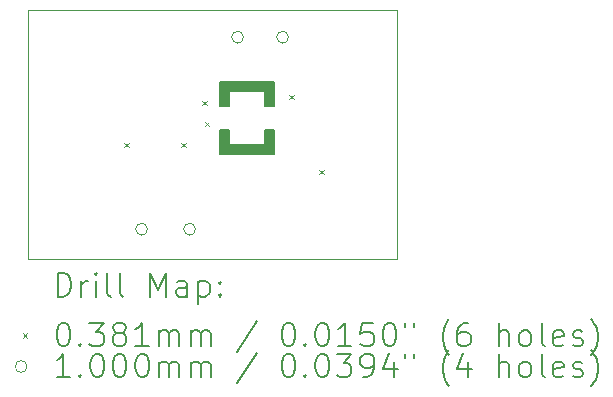
<source format=gbr>
%TF.GenerationSoftware,KiCad,Pcbnew,8.0.8*%
%TF.CreationDate,2025-03-21T14:29:56-04:00*%
%TF.ProjectId,sht40,73687434-302e-46b6-9963-61645f706362,rev?*%
%TF.SameCoordinates,Original*%
%TF.FileFunction,Drillmap*%
%TF.FilePolarity,Positive*%
%FSLAX45Y45*%
G04 Gerber Fmt 4.5, Leading zero omitted, Abs format (unit mm)*
G04 Created by KiCad (PCBNEW 8.0.8) date 2025-03-21 14:29:56*
%MOMM*%
%LPD*%
G01*
G04 APERTURE LIST*
%ADD10C,0.100000*%
%ADD11C,0.200000*%
G04 APERTURE END LIST*
D10*
X10769600Y-5359400D02*
X13893800Y-5359400D01*
X13893800Y-7467600D01*
X10769600Y-7467600D01*
X10769600Y-5359400D01*
D11*
X12471400Y-6502400D02*
X12776200Y-6502400D01*
X12776200Y-6375400D01*
X12852400Y-6375400D01*
X12852400Y-6578600D01*
X12395200Y-6578600D01*
X12395200Y-6375400D01*
X12471400Y-6375400D01*
X12471400Y-6502400D01*
G36*
X12471400Y-6502400D02*
G01*
X12776200Y-6502400D01*
X12776200Y-6375400D01*
X12852400Y-6375400D01*
X12852400Y-6578600D01*
X12395200Y-6578600D01*
X12395200Y-6375400D01*
X12471400Y-6375400D01*
X12471400Y-6502400D01*
G37*
X12852400Y-6172200D02*
X12776200Y-6172200D01*
X12776200Y-6045200D01*
X12471400Y-6045200D01*
X12471400Y-6172200D01*
X12395200Y-6172200D01*
X12395200Y-5969000D01*
X12852400Y-5969000D01*
X12852400Y-6172200D01*
G36*
X12852400Y-6172200D02*
G01*
X12776200Y-6172200D01*
X12776200Y-6045200D01*
X12471400Y-6045200D01*
X12471400Y-6172200D01*
X12395200Y-6172200D01*
X12395200Y-5969000D01*
X12852400Y-5969000D01*
X12852400Y-6172200D01*
G37*
D10*
X11588750Y-6483350D02*
X11626850Y-6521450D01*
X11626850Y-6483350D02*
X11588750Y-6521450D01*
X12071350Y-6483350D02*
X12109450Y-6521450D01*
X12109450Y-6483350D02*
X12071350Y-6521450D01*
X12249150Y-6127750D02*
X12287250Y-6165850D01*
X12287250Y-6127750D02*
X12249150Y-6165850D01*
X12269150Y-6305550D02*
X12307250Y-6343650D01*
X12307250Y-6305550D02*
X12269150Y-6343650D01*
X12985750Y-6076950D02*
X13023850Y-6115050D01*
X13023850Y-6076950D02*
X12985750Y-6115050D01*
X13239750Y-6711950D02*
X13277850Y-6750050D01*
X13277850Y-6711950D02*
X13239750Y-6750050D01*
X11784800Y-7213600D02*
G75*
G02*
X11684800Y-7213600I-50000J0D01*
G01*
X11684800Y-7213600D02*
G75*
G02*
X11784800Y-7213600I50000J0D01*
G01*
X12191200Y-7213600D02*
G75*
G02*
X12091200Y-7213600I-50000J0D01*
G01*
X12091200Y-7213600D02*
G75*
G02*
X12191200Y-7213600I50000J0D01*
G01*
X12597600Y-5588000D02*
G75*
G02*
X12497600Y-5588000I-50000J0D01*
G01*
X12497600Y-5588000D02*
G75*
G02*
X12597600Y-5588000I50000J0D01*
G01*
X12978600Y-5588000D02*
G75*
G02*
X12878600Y-5588000I-50000J0D01*
G01*
X12878600Y-5588000D02*
G75*
G02*
X12978600Y-5588000I50000J0D01*
G01*
D11*
X11025377Y-7784084D02*
X11025377Y-7584084D01*
X11025377Y-7584084D02*
X11072996Y-7584084D01*
X11072996Y-7584084D02*
X11101567Y-7593608D01*
X11101567Y-7593608D02*
X11120615Y-7612655D01*
X11120615Y-7612655D02*
X11130139Y-7631703D01*
X11130139Y-7631703D02*
X11139663Y-7669798D01*
X11139663Y-7669798D02*
X11139663Y-7698369D01*
X11139663Y-7698369D02*
X11130139Y-7736465D01*
X11130139Y-7736465D02*
X11120615Y-7755512D01*
X11120615Y-7755512D02*
X11101567Y-7774560D01*
X11101567Y-7774560D02*
X11072996Y-7784084D01*
X11072996Y-7784084D02*
X11025377Y-7784084D01*
X11225377Y-7784084D02*
X11225377Y-7650750D01*
X11225377Y-7688846D02*
X11234901Y-7669798D01*
X11234901Y-7669798D02*
X11244424Y-7660274D01*
X11244424Y-7660274D02*
X11263472Y-7650750D01*
X11263472Y-7650750D02*
X11282520Y-7650750D01*
X11349186Y-7784084D02*
X11349186Y-7650750D01*
X11349186Y-7584084D02*
X11339662Y-7593608D01*
X11339662Y-7593608D02*
X11349186Y-7603131D01*
X11349186Y-7603131D02*
X11358710Y-7593608D01*
X11358710Y-7593608D02*
X11349186Y-7584084D01*
X11349186Y-7584084D02*
X11349186Y-7603131D01*
X11472996Y-7784084D02*
X11453948Y-7774560D01*
X11453948Y-7774560D02*
X11444424Y-7755512D01*
X11444424Y-7755512D02*
X11444424Y-7584084D01*
X11577758Y-7784084D02*
X11558710Y-7774560D01*
X11558710Y-7774560D02*
X11549186Y-7755512D01*
X11549186Y-7755512D02*
X11549186Y-7584084D01*
X11806329Y-7784084D02*
X11806329Y-7584084D01*
X11806329Y-7584084D02*
X11872996Y-7726941D01*
X11872996Y-7726941D02*
X11939662Y-7584084D01*
X11939662Y-7584084D02*
X11939662Y-7784084D01*
X12120615Y-7784084D02*
X12120615Y-7679322D01*
X12120615Y-7679322D02*
X12111091Y-7660274D01*
X12111091Y-7660274D02*
X12092043Y-7650750D01*
X12092043Y-7650750D02*
X12053948Y-7650750D01*
X12053948Y-7650750D02*
X12034901Y-7660274D01*
X12120615Y-7774560D02*
X12101567Y-7784084D01*
X12101567Y-7784084D02*
X12053948Y-7784084D01*
X12053948Y-7784084D02*
X12034901Y-7774560D01*
X12034901Y-7774560D02*
X12025377Y-7755512D01*
X12025377Y-7755512D02*
X12025377Y-7736465D01*
X12025377Y-7736465D02*
X12034901Y-7717417D01*
X12034901Y-7717417D02*
X12053948Y-7707893D01*
X12053948Y-7707893D02*
X12101567Y-7707893D01*
X12101567Y-7707893D02*
X12120615Y-7698369D01*
X12215853Y-7650750D02*
X12215853Y-7850750D01*
X12215853Y-7660274D02*
X12234901Y-7650750D01*
X12234901Y-7650750D02*
X12272996Y-7650750D01*
X12272996Y-7650750D02*
X12292043Y-7660274D01*
X12292043Y-7660274D02*
X12301567Y-7669798D01*
X12301567Y-7669798D02*
X12311091Y-7688846D01*
X12311091Y-7688846D02*
X12311091Y-7745988D01*
X12311091Y-7745988D02*
X12301567Y-7765036D01*
X12301567Y-7765036D02*
X12292043Y-7774560D01*
X12292043Y-7774560D02*
X12272996Y-7784084D01*
X12272996Y-7784084D02*
X12234901Y-7784084D01*
X12234901Y-7784084D02*
X12215853Y-7774560D01*
X12396805Y-7765036D02*
X12406329Y-7774560D01*
X12406329Y-7774560D02*
X12396805Y-7784084D01*
X12396805Y-7784084D02*
X12387282Y-7774560D01*
X12387282Y-7774560D02*
X12396805Y-7765036D01*
X12396805Y-7765036D02*
X12396805Y-7784084D01*
X12396805Y-7660274D02*
X12406329Y-7669798D01*
X12406329Y-7669798D02*
X12396805Y-7679322D01*
X12396805Y-7679322D02*
X12387282Y-7669798D01*
X12387282Y-7669798D02*
X12396805Y-7660274D01*
X12396805Y-7660274D02*
X12396805Y-7679322D01*
D10*
X10726500Y-8093550D02*
X10764600Y-8131650D01*
X10764600Y-8093550D02*
X10726500Y-8131650D01*
D11*
X11063472Y-8004084D02*
X11082520Y-8004084D01*
X11082520Y-8004084D02*
X11101567Y-8013608D01*
X11101567Y-8013608D02*
X11111091Y-8023131D01*
X11111091Y-8023131D02*
X11120615Y-8042179D01*
X11120615Y-8042179D02*
X11130139Y-8080274D01*
X11130139Y-8080274D02*
X11130139Y-8127893D01*
X11130139Y-8127893D02*
X11120615Y-8165988D01*
X11120615Y-8165988D02*
X11111091Y-8185036D01*
X11111091Y-8185036D02*
X11101567Y-8194560D01*
X11101567Y-8194560D02*
X11082520Y-8204084D01*
X11082520Y-8204084D02*
X11063472Y-8204084D01*
X11063472Y-8204084D02*
X11044424Y-8194560D01*
X11044424Y-8194560D02*
X11034901Y-8185036D01*
X11034901Y-8185036D02*
X11025377Y-8165988D01*
X11025377Y-8165988D02*
X11015853Y-8127893D01*
X11015853Y-8127893D02*
X11015853Y-8080274D01*
X11015853Y-8080274D02*
X11025377Y-8042179D01*
X11025377Y-8042179D02*
X11034901Y-8023131D01*
X11034901Y-8023131D02*
X11044424Y-8013608D01*
X11044424Y-8013608D02*
X11063472Y-8004084D01*
X11215853Y-8185036D02*
X11225377Y-8194560D01*
X11225377Y-8194560D02*
X11215853Y-8204084D01*
X11215853Y-8204084D02*
X11206329Y-8194560D01*
X11206329Y-8194560D02*
X11215853Y-8185036D01*
X11215853Y-8185036D02*
X11215853Y-8204084D01*
X11292043Y-8004084D02*
X11415853Y-8004084D01*
X11415853Y-8004084D02*
X11349186Y-8080274D01*
X11349186Y-8080274D02*
X11377758Y-8080274D01*
X11377758Y-8080274D02*
X11396805Y-8089798D01*
X11396805Y-8089798D02*
X11406329Y-8099322D01*
X11406329Y-8099322D02*
X11415853Y-8118369D01*
X11415853Y-8118369D02*
X11415853Y-8165988D01*
X11415853Y-8165988D02*
X11406329Y-8185036D01*
X11406329Y-8185036D02*
X11396805Y-8194560D01*
X11396805Y-8194560D02*
X11377758Y-8204084D01*
X11377758Y-8204084D02*
X11320615Y-8204084D01*
X11320615Y-8204084D02*
X11301567Y-8194560D01*
X11301567Y-8194560D02*
X11292043Y-8185036D01*
X11530139Y-8089798D02*
X11511091Y-8080274D01*
X11511091Y-8080274D02*
X11501567Y-8070750D01*
X11501567Y-8070750D02*
X11492043Y-8051703D01*
X11492043Y-8051703D02*
X11492043Y-8042179D01*
X11492043Y-8042179D02*
X11501567Y-8023131D01*
X11501567Y-8023131D02*
X11511091Y-8013608D01*
X11511091Y-8013608D02*
X11530139Y-8004084D01*
X11530139Y-8004084D02*
X11568234Y-8004084D01*
X11568234Y-8004084D02*
X11587282Y-8013608D01*
X11587282Y-8013608D02*
X11596805Y-8023131D01*
X11596805Y-8023131D02*
X11606329Y-8042179D01*
X11606329Y-8042179D02*
X11606329Y-8051703D01*
X11606329Y-8051703D02*
X11596805Y-8070750D01*
X11596805Y-8070750D02*
X11587282Y-8080274D01*
X11587282Y-8080274D02*
X11568234Y-8089798D01*
X11568234Y-8089798D02*
X11530139Y-8089798D01*
X11530139Y-8089798D02*
X11511091Y-8099322D01*
X11511091Y-8099322D02*
X11501567Y-8108846D01*
X11501567Y-8108846D02*
X11492043Y-8127893D01*
X11492043Y-8127893D02*
X11492043Y-8165988D01*
X11492043Y-8165988D02*
X11501567Y-8185036D01*
X11501567Y-8185036D02*
X11511091Y-8194560D01*
X11511091Y-8194560D02*
X11530139Y-8204084D01*
X11530139Y-8204084D02*
X11568234Y-8204084D01*
X11568234Y-8204084D02*
X11587282Y-8194560D01*
X11587282Y-8194560D02*
X11596805Y-8185036D01*
X11596805Y-8185036D02*
X11606329Y-8165988D01*
X11606329Y-8165988D02*
X11606329Y-8127893D01*
X11606329Y-8127893D02*
X11596805Y-8108846D01*
X11596805Y-8108846D02*
X11587282Y-8099322D01*
X11587282Y-8099322D02*
X11568234Y-8089798D01*
X11796805Y-8204084D02*
X11682520Y-8204084D01*
X11739662Y-8204084D02*
X11739662Y-8004084D01*
X11739662Y-8004084D02*
X11720615Y-8032655D01*
X11720615Y-8032655D02*
X11701567Y-8051703D01*
X11701567Y-8051703D02*
X11682520Y-8061227D01*
X11882520Y-8204084D02*
X11882520Y-8070750D01*
X11882520Y-8089798D02*
X11892043Y-8080274D01*
X11892043Y-8080274D02*
X11911091Y-8070750D01*
X11911091Y-8070750D02*
X11939663Y-8070750D01*
X11939663Y-8070750D02*
X11958710Y-8080274D01*
X11958710Y-8080274D02*
X11968234Y-8099322D01*
X11968234Y-8099322D02*
X11968234Y-8204084D01*
X11968234Y-8099322D02*
X11977758Y-8080274D01*
X11977758Y-8080274D02*
X11996805Y-8070750D01*
X11996805Y-8070750D02*
X12025377Y-8070750D01*
X12025377Y-8070750D02*
X12044424Y-8080274D01*
X12044424Y-8080274D02*
X12053948Y-8099322D01*
X12053948Y-8099322D02*
X12053948Y-8204084D01*
X12149186Y-8204084D02*
X12149186Y-8070750D01*
X12149186Y-8089798D02*
X12158710Y-8080274D01*
X12158710Y-8080274D02*
X12177758Y-8070750D01*
X12177758Y-8070750D02*
X12206329Y-8070750D01*
X12206329Y-8070750D02*
X12225377Y-8080274D01*
X12225377Y-8080274D02*
X12234901Y-8099322D01*
X12234901Y-8099322D02*
X12234901Y-8204084D01*
X12234901Y-8099322D02*
X12244424Y-8080274D01*
X12244424Y-8080274D02*
X12263472Y-8070750D01*
X12263472Y-8070750D02*
X12292043Y-8070750D01*
X12292043Y-8070750D02*
X12311091Y-8080274D01*
X12311091Y-8080274D02*
X12320615Y-8099322D01*
X12320615Y-8099322D02*
X12320615Y-8204084D01*
X12711091Y-7994560D02*
X12539663Y-8251703D01*
X12968234Y-8004084D02*
X12987282Y-8004084D01*
X12987282Y-8004084D02*
X13006329Y-8013608D01*
X13006329Y-8013608D02*
X13015853Y-8023131D01*
X13015853Y-8023131D02*
X13025377Y-8042179D01*
X13025377Y-8042179D02*
X13034901Y-8080274D01*
X13034901Y-8080274D02*
X13034901Y-8127893D01*
X13034901Y-8127893D02*
X13025377Y-8165988D01*
X13025377Y-8165988D02*
X13015853Y-8185036D01*
X13015853Y-8185036D02*
X13006329Y-8194560D01*
X13006329Y-8194560D02*
X12987282Y-8204084D01*
X12987282Y-8204084D02*
X12968234Y-8204084D01*
X12968234Y-8204084D02*
X12949186Y-8194560D01*
X12949186Y-8194560D02*
X12939663Y-8185036D01*
X12939663Y-8185036D02*
X12930139Y-8165988D01*
X12930139Y-8165988D02*
X12920615Y-8127893D01*
X12920615Y-8127893D02*
X12920615Y-8080274D01*
X12920615Y-8080274D02*
X12930139Y-8042179D01*
X12930139Y-8042179D02*
X12939663Y-8023131D01*
X12939663Y-8023131D02*
X12949186Y-8013608D01*
X12949186Y-8013608D02*
X12968234Y-8004084D01*
X13120615Y-8185036D02*
X13130139Y-8194560D01*
X13130139Y-8194560D02*
X13120615Y-8204084D01*
X13120615Y-8204084D02*
X13111091Y-8194560D01*
X13111091Y-8194560D02*
X13120615Y-8185036D01*
X13120615Y-8185036D02*
X13120615Y-8204084D01*
X13253948Y-8004084D02*
X13272996Y-8004084D01*
X13272996Y-8004084D02*
X13292044Y-8013608D01*
X13292044Y-8013608D02*
X13301567Y-8023131D01*
X13301567Y-8023131D02*
X13311091Y-8042179D01*
X13311091Y-8042179D02*
X13320615Y-8080274D01*
X13320615Y-8080274D02*
X13320615Y-8127893D01*
X13320615Y-8127893D02*
X13311091Y-8165988D01*
X13311091Y-8165988D02*
X13301567Y-8185036D01*
X13301567Y-8185036D02*
X13292044Y-8194560D01*
X13292044Y-8194560D02*
X13272996Y-8204084D01*
X13272996Y-8204084D02*
X13253948Y-8204084D01*
X13253948Y-8204084D02*
X13234901Y-8194560D01*
X13234901Y-8194560D02*
X13225377Y-8185036D01*
X13225377Y-8185036D02*
X13215853Y-8165988D01*
X13215853Y-8165988D02*
X13206329Y-8127893D01*
X13206329Y-8127893D02*
X13206329Y-8080274D01*
X13206329Y-8080274D02*
X13215853Y-8042179D01*
X13215853Y-8042179D02*
X13225377Y-8023131D01*
X13225377Y-8023131D02*
X13234901Y-8013608D01*
X13234901Y-8013608D02*
X13253948Y-8004084D01*
X13511091Y-8204084D02*
X13396806Y-8204084D01*
X13453948Y-8204084D02*
X13453948Y-8004084D01*
X13453948Y-8004084D02*
X13434901Y-8032655D01*
X13434901Y-8032655D02*
X13415853Y-8051703D01*
X13415853Y-8051703D02*
X13396806Y-8061227D01*
X13692044Y-8004084D02*
X13596806Y-8004084D01*
X13596806Y-8004084D02*
X13587282Y-8099322D01*
X13587282Y-8099322D02*
X13596806Y-8089798D01*
X13596806Y-8089798D02*
X13615853Y-8080274D01*
X13615853Y-8080274D02*
X13663472Y-8080274D01*
X13663472Y-8080274D02*
X13682520Y-8089798D01*
X13682520Y-8089798D02*
X13692044Y-8099322D01*
X13692044Y-8099322D02*
X13701567Y-8118369D01*
X13701567Y-8118369D02*
X13701567Y-8165988D01*
X13701567Y-8165988D02*
X13692044Y-8185036D01*
X13692044Y-8185036D02*
X13682520Y-8194560D01*
X13682520Y-8194560D02*
X13663472Y-8204084D01*
X13663472Y-8204084D02*
X13615853Y-8204084D01*
X13615853Y-8204084D02*
X13596806Y-8194560D01*
X13596806Y-8194560D02*
X13587282Y-8185036D01*
X13825377Y-8004084D02*
X13844425Y-8004084D01*
X13844425Y-8004084D02*
X13863472Y-8013608D01*
X13863472Y-8013608D02*
X13872996Y-8023131D01*
X13872996Y-8023131D02*
X13882520Y-8042179D01*
X13882520Y-8042179D02*
X13892044Y-8080274D01*
X13892044Y-8080274D02*
X13892044Y-8127893D01*
X13892044Y-8127893D02*
X13882520Y-8165988D01*
X13882520Y-8165988D02*
X13872996Y-8185036D01*
X13872996Y-8185036D02*
X13863472Y-8194560D01*
X13863472Y-8194560D02*
X13844425Y-8204084D01*
X13844425Y-8204084D02*
X13825377Y-8204084D01*
X13825377Y-8204084D02*
X13806329Y-8194560D01*
X13806329Y-8194560D02*
X13796806Y-8185036D01*
X13796806Y-8185036D02*
X13787282Y-8165988D01*
X13787282Y-8165988D02*
X13777758Y-8127893D01*
X13777758Y-8127893D02*
X13777758Y-8080274D01*
X13777758Y-8080274D02*
X13787282Y-8042179D01*
X13787282Y-8042179D02*
X13796806Y-8023131D01*
X13796806Y-8023131D02*
X13806329Y-8013608D01*
X13806329Y-8013608D02*
X13825377Y-8004084D01*
X13968234Y-8004084D02*
X13968234Y-8042179D01*
X14044425Y-8004084D02*
X14044425Y-8042179D01*
X14339663Y-8280274D02*
X14330139Y-8270750D01*
X14330139Y-8270750D02*
X14311091Y-8242179D01*
X14311091Y-8242179D02*
X14301568Y-8223131D01*
X14301568Y-8223131D02*
X14292044Y-8194560D01*
X14292044Y-8194560D02*
X14282520Y-8146941D01*
X14282520Y-8146941D02*
X14282520Y-8108846D01*
X14282520Y-8108846D02*
X14292044Y-8061227D01*
X14292044Y-8061227D02*
X14301568Y-8032655D01*
X14301568Y-8032655D02*
X14311091Y-8013608D01*
X14311091Y-8013608D02*
X14330139Y-7985036D01*
X14330139Y-7985036D02*
X14339663Y-7975512D01*
X14501568Y-8004084D02*
X14463472Y-8004084D01*
X14463472Y-8004084D02*
X14444425Y-8013608D01*
X14444425Y-8013608D02*
X14434901Y-8023131D01*
X14434901Y-8023131D02*
X14415853Y-8051703D01*
X14415853Y-8051703D02*
X14406329Y-8089798D01*
X14406329Y-8089798D02*
X14406329Y-8165988D01*
X14406329Y-8165988D02*
X14415853Y-8185036D01*
X14415853Y-8185036D02*
X14425377Y-8194560D01*
X14425377Y-8194560D02*
X14444425Y-8204084D01*
X14444425Y-8204084D02*
X14482520Y-8204084D01*
X14482520Y-8204084D02*
X14501568Y-8194560D01*
X14501568Y-8194560D02*
X14511091Y-8185036D01*
X14511091Y-8185036D02*
X14520615Y-8165988D01*
X14520615Y-8165988D02*
X14520615Y-8118369D01*
X14520615Y-8118369D02*
X14511091Y-8099322D01*
X14511091Y-8099322D02*
X14501568Y-8089798D01*
X14501568Y-8089798D02*
X14482520Y-8080274D01*
X14482520Y-8080274D02*
X14444425Y-8080274D01*
X14444425Y-8080274D02*
X14425377Y-8089798D01*
X14425377Y-8089798D02*
X14415853Y-8099322D01*
X14415853Y-8099322D02*
X14406329Y-8118369D01*
X14758710Y-8204084D02*
X14758710Y-8004084D01*
X14844425Y-8204084D02*
X14844425Y-8099322D01*
X14844425Y-8099322D02*
X14834901Y-8080274D01*
X14834901Y-8080274D02*
X14815853Y-8070750D01*
X14815853Y-8070750D02*
X14787282Y-8070750D01*
X14787282Y-8070750D02*
X14768234Y-8080274D01*
X14768234Y-8080274D02*
X14758710Y-8089798D01*
X14968234Y-8204084D02*
X14949187Y-8194560D01*
X14949187Y-8194560D02*
X14939663Y-8185036D01*
X14939663Y-8185036D02*
X14930139Y-8165988D01*
X14930139Y-8165988D02*
X14930139Y-8108846D01*
X14930139Y-8108846D02*
X14939663Y-8089798D01*
X14939663Y-8089798D02*
X14949187Y-8080274D01*
X14949187Y-8080274D02*
X14968234Y-8070750D01*
X14968234Y-8070750D02*
X14996806Y-8070750D01*
X14996806Y-8070750D02*
X15015853Y-8080274D01*
X15015853Y-8080274D02*
X15025377Y-8089798D01*
X15025377Y-8089798D02*
X15034901Y-8108846D01*
X15034901Y-8108846D02*
X15034901Y-8165988D01*
X15034901Y-8165988D02*
X15025377Y-8185036D01*
X15025377Y-8185036D02*
X15015853Y-8194560D01*
X15015853Y-8194560D02*
X14996806Y-8204084D01*
X14996806Y-8204084D02*
X14968234Y-8204084D01*
X15149187Y-8204084D02*
X15130139Y-8194560D01*
X15130139Y-8194560D02*
X15120615Y-8175512D01*
X15120615Y-8175512D02*
X15120615Y-8004084D01*
X15301568Y-8194560D02*
X15282520Y-8204084D01*
X15282520Y-8204084D02*
X15244425Y-8204084D01*
X15244425Y-8204084D02*
X15225377Y-8194560D01*
X15225377Y-8194560D02*
X15215853Y-8175512D01*
X15215853Y-8175512D02*
X15215853Y-8099322D01*
X15215853Y-8099322D02*
X15225377Y-8080274D01*
X15225377Y-8080274D02*
X15244425Y-8070750D01*
X15244425Y-8070750D02*
X15282520Y-8070750D01*
X15282520Y-8070750D02*
X15301568Y-8080274D01*
X15301568Y-8080274D02*
X15311091Y-8099322D01*
X15311091Y-8099322D02*
X15311091Y-8118369D01*
X15311091Y-8118369D02*
X15215853Y-8137417D01*
X15387282Y-8194560D02*
X15406330Y-8204084D01*
X15406330Y-8204084D02*
X15444425Y-8204084D01*
X15444425Y-8204084D02*
X15463472Y-8194560D01*
X15463472Y-8194560D02*
X15472996Y-8175512D01*
X15472996Y-8175512D02*
X15472996Y-8165988D01*
X15472996Y-8165988D02*
X15463472Y-8146941D01*
X15463472Y-8146941D02*
X15444425Y-8137417D01*
X15444425Y-8137417D02*
X15415853Y-8137417D01*
X15415853Y-8137417D02*
X15396806Y-8127893D01*
X15396806Y-8127893D02*
X15387282Y-8108846D01*
X15387282Y-8108846D02*
X15387282Y-8099322D01*
X15387282Y-8099322D02*
X15396806Y-8080274D01*
X15396806Y-8080274D02*
X15415853Y-8070750D01*
X15415853Y-8070750D02*
X15444425Y-8070750D01*
X15444425Y-8070750D02*
X15463472Y-8080274D01*
X15539663Y-8280274D02*
X15549187Y-8270750D01*
X15549187Y-8270750D02*
X15568234Y-8242179D01*
X15568234Y-8242179D02*
X15577758Y-8223131D01*
X15577758Y-8223131D02*
X15587282Y-8194560D01*
X15587282Y-8194560D02*
X15596806Y-8146941D01*
X15596806Y-8146941D02*
X15596806Y-8108846D01*
X15596806Y-8108846D02*
X15587282Y-8061227D01*
X15587282Y-8061227D02*
X15577758Y-8032655D01*
X15577758Y-8032655D02*
X15568234Y-8013608D01*
X15568234Y-8013608D02*
X15549187Y-7985036D01*
X15549187Y-7985036D02*
X15539663Y-7975512D01*
D10*
X10764600Y-8376600D02*
G75*
G02*
X10664600Y-8376600I-50000J0D01*
G01*
X10664600Y-8376600D02*
G75*
G02*
X10764600Y-8376600I50000J0D01*
G01*
D11*
X11130139Y-8468084D02*
X11015853Y-8468084D01*
X11072996Y-8468084D02*
X11072996Y-8268084D01*
X11072996Y-8268084D02*
X11053948Y-8296655D01*
X11053948Y-8296655D02*
X11034901Y-8315703D01*
X11034901Y-8315703D02*
X11015853Y-8325227D01*
X11215853Y-8449036D02*
X11225377Y-8458560D01*
X11225377Y-8458560D02*
X11215853Y-8468084D01*
X11215853Y-8468084D02*
X11206329Y-8458560D01*
X11206329Y-8458560D02*
X11215853Y-8449036D01*
X11215853Y-8449036D02*
X11215853Y-8468084D01*
X11349186Y-8268084D02*
X11368234Y-8268084D01*
X11368234Y-8268084D02*
X11387282Y-8277608D01*
X11387282Y-8277608D02*
X11396805Y-8287131D01*
X11396805Y-8287131D02*
X11406329Y-8306179D01*
X11406329Y-8306179D02*
X11415853Y-8344274D01*
X11415853Y-8344274D02*
X11415853Y-8391893D01*
X11415853Y-8391893D02*
X11406329Y-8429989D01*
X11406329Y-8429989D02*
X11396805Y-8449036D01*
X11396805Y-8449036D02*
X11387282Y-8458560D01*
X11387282Y-8458560D02*
X11368234Y-8468084D01*
X11368234Y-8468084D02*
X11349186Y-8468084D01*
X11349186Y-8468084D02*
X11330139Y-8458560D01*
X11330139Y-8458560D02*
X11320615Y-8449036D01*
X11320615Y-8449036D02*
X11311091Y-8429989D01*
X11311091Y-8429989D02*
X11301567Y-8391893D01*
X11301567Y-8391893D02*
X11301567Y-8344274D01*
X11301567Y-8344274D02*
X11311091Y-8306179D01*
X11311091Y-8306179D02*
X11320615Y-8287131D01*
X11320615Y-8287131D02*
X11330139Y-8277608D01*
X11330139Y-8277608D02*
X11349186Y-8268084D01*
X11539662Y-8268084D02*
X11558710Y-8268084D01*
X11558710Y-8268084D02*
X11577758Y-8277608D01*
X11577758Y-8277608D02*
X11587282Y-8287131D01*
X11587282Y-8287131D02*
X11596805Y-8306179D01*
X11596805Y-8306179D02*
X11606329Y-8344274D01*
X11606329Y-8344274D02*
X11606329Y-8391893D01*
X11606329Y-8391893D02*
X11596805Y-8429989D01*
X11596805Y-8429989D02*
X11587282Y-8449036D01*
X11587282Y-8449036D02*
X11577758Y-8458560D01*
X11577758Y-8458560D02*
X11558710Y-8468084D01*
X11558710Y-8468084D02*
X11539662Y-8468084D01*
X11539662Y-8468084D02*
X11520615Y-8458560D01*
X11520615Y-8458560D02*
X11511091Y-8449036D01*
X11511091Y-8449036D02*
X11501567Y-8429989D01*
X11501567Y-8429989D02*
X11492043Y-8391893D01*
X11492043Y-8391893D02*
X11492043Y-8344274D01*
X11492043Y-8344274D02*
X11501567Y-8306179D01*
X11501567Y-8306179D02*
X11511091Y-8287131D01*
X11511091Y-8287131D02*
X11520615Y-8277608D01*
X11520615Y-8277608D02*
X11539662Y-8268084D01*
X11730139Y-8268084D02*
X11749186Y-8268084D01*
X11749186Y-8268084D02*
X11768234Y-8277608D01*
X11768234Y-8277608D02*
X11777758Y-8287131D01*
X11777758Y-8287131D02*
X11787282Y-8306179D01*
X11787282Y-8306179D02*
X11796805Y-8344274D01*
X11796805Y-8344274D02*
X11796805Y-8391893D01*
X11796805Y-8391893D02*
X11787282Y-8429989D01*
X11787282Y-8429989D02*
X11777758Y-8449036D01*
X11777758Y-8449036D02*
X11768234Y-8458560D01*
X11768234Y-8458560D02*
X11749186Y-8468084D01*
X11749186Y-8468084D02*
X11730139Y-8468084D01*
X11730139Y-8468084D02*
X11711091Y-8458560D01*
X11711091Y-8458560D02*
X11701567Y-8449036D01*
X11701567Y-8449036D02*
X11692043Y-8429989D01*
X11692043Y-8429989D02*
X11682520Y-8391893D01*
X11682520Y-8391893D02*
X11682520Y-8344274D01*
X11682520Y-8344274D02*
X11692043Y-8306179D01*
X11692043Y-8306179D02*
X11701567Y-8287131D01*
X11701567Y-8287131D02*
X11711091Y-8277608D01*
X11711091Y-8277608D02*
X11730139Y-8268084D01*
X11882520Y-8468084D02*
X11882520Y-8334750D01*
X11882520Y-8353798D02*
X11892043Y-8344274D01*
X11892043Y-8344274D02*
X11911091Y-8334750D01*
X11911091Y-8334750D02*
X11939663Y-8334750D01*
X11939663Y-8334750D02*
X11958710Y-8344274D01*
X11958710Y-8344274D02*
X11968234Y-8363322D01*
X11968234Y-8363322D02*
X11968234Y-8468084D01*
X11968234Y-8363322D02*
X11977758Y-8344274D01*
X11977758Y-8344274D02*
X11996805Y-8334750D01*
X11996805Y-8334750D02*
X12025377Y-8334750D01*
X12025377Y-8334750D02*
X12044424Y-8344274D01*
X12044424Y-8344274D02*
X12053948Y-8363322D01*
X12053948Y-8363322D02*
X12053948Y-8468084D01*
X12149186Y-8468084D02*
X12149186Y-8334750D01*
X12149186Y-8353798D02*
X12158710Y-8344274D01*
X12158710Y-8344274D02*
X12177758Y-8334750D01*
X12177758Y-8334750D02*
X12206329Y-8334750D01*
X12206329Y-8334750D02*
X12225377Y-8344274D01*
X12225377Y-8344274D02*
X12234901Y-8363322D01*
X12234901Y-8363322D02*
X12234901Y-8468084D01*
X12234901Y-8363322D02*
X12244424Y-8344274D01*
X12244424Y-8344274D02*
X12263472Y-8334750D01*
X12263472Y-8334750D02*
X12292043Y-8334750D01*
X12292043Y-8334750D02*
X12311091Y-8344274D01*
X12311091Y-8344274D02*
X12320615Y-8363322D01*
X12320615Y-8363322D02*
X12320615Y-8468084D01*
X12711091Y-8258560D02*
X12539663Y-8515703D01*
X12968234Y-8268084D02*
X12987282Y-8268084D01*
X12987282Y-8268084D02*
X13006329Y-8277608D01*
X13006329Y-8277608D02*
X13015853Y-8287131D01*
X13015853Y-8287131D02*
X13025377Y-8306179D01*
X13025377Y-8306179D02*
X13034901Y-8344274D01*
X13034901Y-8344274D02*
X13034901Y-8391893D01*
X13034901Y-8391893D02*
X13025377Y-8429989D01*
X13025377Y-8429989D02*
X13015853Y-8449036D01*
X13015853Y-8449036D02*
X13006329Y-8458560D01*
X13006329Y-8458560D02*
X12987282Y-8468084D01*
X12987282Y-8468084D02*
X12968234Y-8468084D01*
X12968234Y-8468084D02*
X12949186Y-8458560D01*
X12949186Y-8458560D02*
X12939663Y-8449036D01*
X12939663Y-8449036D02*
X12930139Y-8429989D01*
X12930139Y-8429989D02*
X12920615Y-8391893D01*
X12920615Y-8391893D02*
X12920615Y-8344274D01*
X12920615Y-8344274D02*
X12930139Y-8306179D01*
X12930139Y-8306179D02*
X12939663Y-8287131D01*
X12939663Y-8287131D02*
X12949186Y-8277608D01*
X12949186Y-8277608D02*
X12968234Y-8268084D01*
X13120615Y-8449036D02*
X13130139Y-8458560D01*
X13130139Y-8458560D02*
X13120615Y-8468084D01*
X13120615Y-8468084D02*
X13111091Y-8458560D01*
X13111091Y-8458560D02*
X13120615Y-8449036D01*
X13120615Y-8449036D02*
X13120615Y-8468084D01*
X13253948Y-8268084D02*
X13272996Y-8268084D01*
X13272996Y-8268084D02*
X13292044Y-8277608D01*
X13292044Y-8277608D02*
X13301567Y-8287131D01*
X13301567Y-8287131D02*
X13311091Y-8306179D01*
X13311091Y-8306179D02*
X13320615Y-8344274D01*
X13320615Y-8344274D02*
X13320615Y-8391893D01*
X13320615Y-8391893D02*
X13311091Y-8429989D01*
X13311091Y-8429989D02*
X13301567Y-8449036D01*
X13301567Y-8449036D02*
X13292044Y-8458560D01*
X13292044Y-8458560D02*
X13272996Y-8468084D01*
X13272996Y-8468084D02*
X13253948Y-8468084D01*
X13253948Y-8468084D02*
X13234901Y-8458560D01*
X13234901Y-8458560D02*
X13225377Y-8449036D01*
X13225377Y-8449036D02*
X13215853Y-8429989D01*
X13215853Y-8429989D02*
X13206329Y-8391893D01*
X13206329Y-8391893D02*
X13206329Y-8344274D01*
X13206329Y-8344274D02*
X13215853Y-8306179D01*
X13215853Y-8306179D02*
X13225377Y-8287131D01*
X13225377Y-8287131D02*
X13234901Y-8277608D01*
X13234901Y-8277608D02*
X13253948Y-8268084D01*
X13387282Y-8268084D02*
X13511091Y-8268084D01*
X13511091Y-8268084D02*
X13444425Y-8344274D01*
X13444425Y-8344274D02*
X13472996Y-8344274D01*
X13472996Y-8344274D02*
X13492044Y-8353798D01*
X13492044Y-8353798D02*
X13501567Y-8363322D01*
X13501567Y-8363322D02*
X13511091Y-8382369D01*
X13511091Y-8382369D02*
X13511091Y-8429989D01*
X13511091Y-8429989D02*
X13501567Y-8449036D01*
X13501567Y-8449036D02*
X13492044Y-8458560D01*
X13492044Y-8458560D02*
X13472996Y-8468084D01*
X13472996Y-8468084D02*
X13415853Y-8468084D01*
X13415853Y-8468084D02*
X13396806Y-8458560D01*
X13396806Y-8458560D02*
X13387282Y-8449036D01*
X13606329Y-8468084D02*
X13644425Y-8468084D01*
X13644425Y-8468084D02*
X13663472Y-8458560D01*
X13663472Y-8458560D02*
X13672996Y-8449036D01*
X13672996Y-8449036D02*
X13692044Y-8420465D01*
X13692044Y-8420465D02*
X13701567Y-8382369D01*
X13701567Y-8382369D02*
X13701567Y-8306179D01*
X13701567Y-8306179D02*
X13692044Y-8287131D01*
X13692044Y-8287131D02*
X13682520Y-8277608D01*
X13682520Y-8277608D02*
X13663472Y-8268084D01*
X13663472Y-8268084D02*
X13625377Y-8268084D01*
X13625377Y-8268084D02*
X13606329Y-8277608D01*
X13606329Y-8277608D02*
X13596806Y-8287131D01*
X13596806Y-8287131D02*
X13587282Y-8306179D01*
X13587282Y-8306179D02*
X13587282Y-8353798D01*
X13587282Y-8353798D02*
X13596806Y-8372846D01*
X13596806Y-8372846D02*
X13606329Y-8382369D01*
X13606329Y-8382369D02*
X13625377Y-8391893D01*
X13625377Y-8391893D02*
X13663472Y-8391893D01*
X13663472Y-8391893D02*
X13682520Y-8382369D01*
X13682520Y-8382369D02*
X13692044Y-8372846D01*
X13692044Y-8372846D02*
X13701567Y-8353798D01*
X13872996Y-8334750D02*
X13872996Y-8468084D01*
X13825377Y-8258560D02*
X13777758Y-8401417D01*
X13777758Y-8401417D02*
X13901567Y-8401417D01*
X13968234Y-8268084D02*
X13968234Y-8306179D01*
X14044425Y-8268084D02*
X14044425Y-8306179D01*
X14339663Y-8544274D02*
X14330139Y-8534750D01*
X14330139Y-8534750D02*
X14311091Y-8506179D01*
X14311091Y-8506179D02*
X14301568Y-8487131D01*
X14301568Y-8487131D02*
X14292044Y-8458560D01*
X14292044Y-8458560D02*
X14282520Y-8410941D01*
X14282520Y-8410941D02*
X14282520Y-8372846D01*
X14282520Y-8372846D02*
X14292044Y-8325227D01*
X14292044Y-8325227D02*
X14301568Y-8296655D01*
X14301568Y-8296655D02*
X14311091Y-8277608D01*
X14311091Y-8277608D02*
X14330139Y-8249036D01*
X14330139Y-8249036D02*
X14339663Y-8239512D01*
X14501568Y-8334750D02*
X14501568Y-8468084D01*
X14453948Y-8258560D02*
X14406329Y-8401417D01*
X14406329Y-8401417D02*
X14530139Y-8401417D01*
X14758710Y-8468084D02*
X14758710Y-8268084D01*
X14844425Y-8468084D02*
X14844425Y-8363322D01*
X14844425Y-8363322D02*
X14834901Y-8344274D01*
X14834901Y-8344274D02*
X14815853Y-8334750D01*
X14815853Y-8334750D02*
X14787282Y-8334750D01*
X14787282Y-8334750D02*
X14768234Y-8344274D01*
X14768234Y-8344274D02*
X14758710Y-8353798D01*
X14968234Y-8468084D02*
X14949187Y-8458560D01*
X14949187Y-8458560D02*
X14939663Y-8449036D01*
X14939663Y-8449036D02*
X14930139Y-8429989D01*
X14930139Y-8429989D02*
X14930139Y-8372846D01*
X14930139Y-8372846D02*
X14939663Y-8353798D01*
X14939663Y-8353798D02*
X14949187Y-8344274D01*
X14949187Y-8344274D02*
X14968234Y-8334750D01*
X14968234Y-8334750D02*
X14996806Y-8334750D01*
X14996806Y-8334750D02*
X15015853Y-8344274D01*
X15015853Y-8344274D02*
X15025377Y-8353798D01*
X15025377Y-8353798D02*
X15034901Y-8372846D01*
X15034901Y-8372846D02*
X15034901Y-8429989D01*
X15034901Y-8429989D02*
X15025377Y-8449036D01*
X15025377Y-8449036D02*
X15015853Y-8458560D01*
X15015853Y-8458560D02*
X14996806Y-8468084D01*
X14996806Y-8468084D02*
X14968234Y-8468084D01*
X15149187Y-8468084D02*
X15130139Y-8458560D01*
X15130139Y-8458560D02*
X15120615Y-8439512D01*
X15120615Y-8439512D02*
X15120615Y-8268084D01*
X15301568Y-8458560D02*
X15282520Y-8468084D01*
X15282520Y-8468084D02*
X15244425Y-8468084D01*
X15244425Y-8468084D02*
X15225377Y-8458560D01*
X15225377Y-8458560D02*
X15215853Y-8439512D01*
X15215853Y-8439512D02*
X15215853Y-8363322D01*
X15215853Y-8363322D02*
X15225377Y-8344274D01*
X15225377Y-8344274D02*
X15244425Y-8334750D01*
X15244425Y-8334750D02*
X15282520Y-8334750D01*
X15282520Y-8334750D02*
X15301568Y-8344274D01*
X15301568Y-8344274D02*
X15311091Y-8363322D01*
X15311091Y-8363322D02*
X15311091Y-8382369D01*
X15311091Y-8382369D02*
X15215853Y-8401417D01*
X15387282Y-8458560D02*
X15406330Y-8468084D01*
X15406330Y-8468084D02*
X15444425Y-8468084D01*
X15444425Y-8468084D02*
X15463472Y-8458560D01*
X15463472Y-8458560D02*
X15472996Y-8439512D01*
X15472996Y-8439512D02*
X15472996Y-8429989D01*
X15472996Y-8429989D02*
X15463472Y-8410941D01*
X15463472Y-8410941D02*
X15444425Y-8401417D01*
X15444425Y-8401417D02*
X15415853Y-8401417D01*
X15415853Y-8401417D02*
X15396806Y-8391893D01*
X15396806Y-8391893D02*
X15387282Y-8372846D01*
X15387282Y-8372846D02*
X15387282Y-8363322D01*
X15387282Y-8363322D02*
X15396806Y-8344274D01*
X15396806Y-8344274D02*
X15415853Y-8334750D01*
X15415853Y-8334750D02*
X15444425Y-8334750D01*
X15444425Y-8334750D02*
X15463472Y-8344274D01*
X15539663Y-8544274D02*
X15549187Y-8534750D01*
X15549187Y-8534750D02*
X15568234Y-8506179D01*
X15568234Y-8506179D02*
X15577758Y-8487131D01*
X15577758Y-8487131D02*
X15587282Y-8458560D01*
X15587282Y-8458560D02*
X15596806Y-8410941D01*
X15596806Y-8410941D02*
X15596806Y-8372846D01*
X15596806Y-8372846D02*
X15587282Y-8325227D01*
X15587282Y-8325227D02*
X15577758Y-8296655D01*
X15577758Y-8296655D02*
X15568234Y-8277608D01*
X15568234Y-8277608D02*
X15549187Y-8249036D01*
X15549187Y-8249036D02*
X15539663Y-8239512D01*
M02*

</source>
